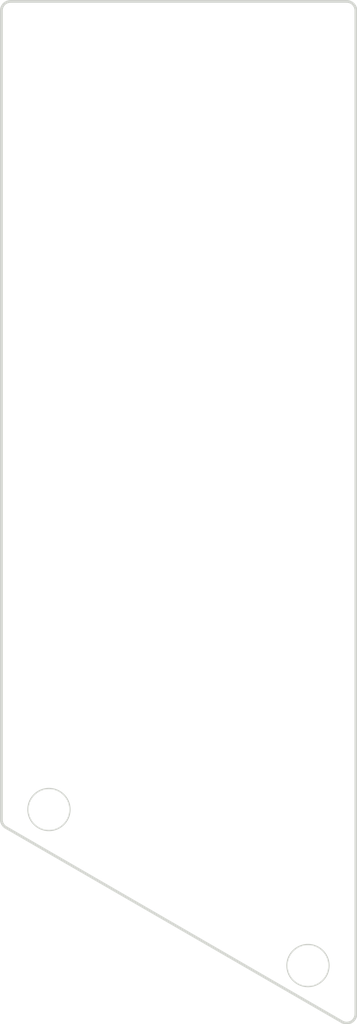
<source format=kicad_pcb>
(kicad_pcb (version 20240108) (generator "ergogen") (generator_version "4.1.0")
  (title_block (title "controller_overlay") (date "2025-03-05") (rev "0.2") (company "ceoloide"))
  (layers (0 "F.Cu" signal) (31 "B.Cu" signal) (34 "B.Paste" user) (35 "F.Paste" user) (36 "B.SilkS" user "B.Silkscreen") (37 "F.SilkS" user "F.Silkscreen") (38 "B.Mask" user) (39 "F.Mask" user) (44 "Edge.Cuts" user))
  (net 0 "")
  (footprint "ceoloide:mounting_hole_npth" (layer "F.Cu") (at 204.927 100.4385 0)
    (property "Reference" "MH1" hide)
    (pad "" np_thru_hole circle (at 0 0 0) (size 2.2 2.2) (drill 2.2) (layers "*.Cu" "*.Mask"))
  )
  (footprint "ceoloide:mounting_hole_npth" (layer "F.Cu") (at 218.969 108.8825 0)
    (property "Reference" "MH2" hide)
    (pad "" np_thru_hole circle (at 0 0 0) (size 2.2 2.2) (drill 2.2) (layers "*.Cu" "*.Mask"))
  )
  (gr_line (start 202.348 100.97815269366967) (end 202.348 57.2025) (layer Edge.Cuts) (stroke (width 0.15)))
  (gr_line (start 202.848 56.7025) (end 221.068 56.7025) (layer Edge.Cuts) (stroke (width 0.15)))
  (gr_line (start 221.568 57.2025) (end 221.568 111.49747459811555) (layer Edge.Cuts) (stroke (width 0.15)))
  (gr_line (start 220.81799999999996 111.93048729811554) (end 202.598 101.41116539366968) (layer Edge.Cuts) (stroke (width 0.15)))
  (gr_arc (start 202.848 56.7025) (mid 202.4944466 56.8489466) (end 202.348 57.2025) (layer Edge.Cuts) (stroke (width 0.15)))
  (gr_arc (start 221.568 57.2025) (mid 221.42155340000002 56.8489466) (end 221.068 56.7025) (layer Edge.Cuts) (stroke (width 0.15)))
  (gr_arc (start 220.818 111.93048729811555) (mid 221.318 111.93048729811555) (end 221.568 111.49747459811555) (layer Edge.Cuts) (stroke (width 0.15)))
  (gr_arc (start 202.348 100.97815269366967) (mid 202.4149873 101.22815269366967) (end 202.598 101.41116539366968) (layer Edge.Cuts) (stroke (width 0.15)))
  (gr_circle (center 204.927 100.4385) (end 206.027 100.4385) (layer Edge.Cuts) (stroke (width 0.15)) (fill none))
  (gr_circle (center 218.969 108.8825) (end 220.069 108.8825) (layer Edge.Cuts) (stroke (width 0.15)) (fill none))
)
</source>
